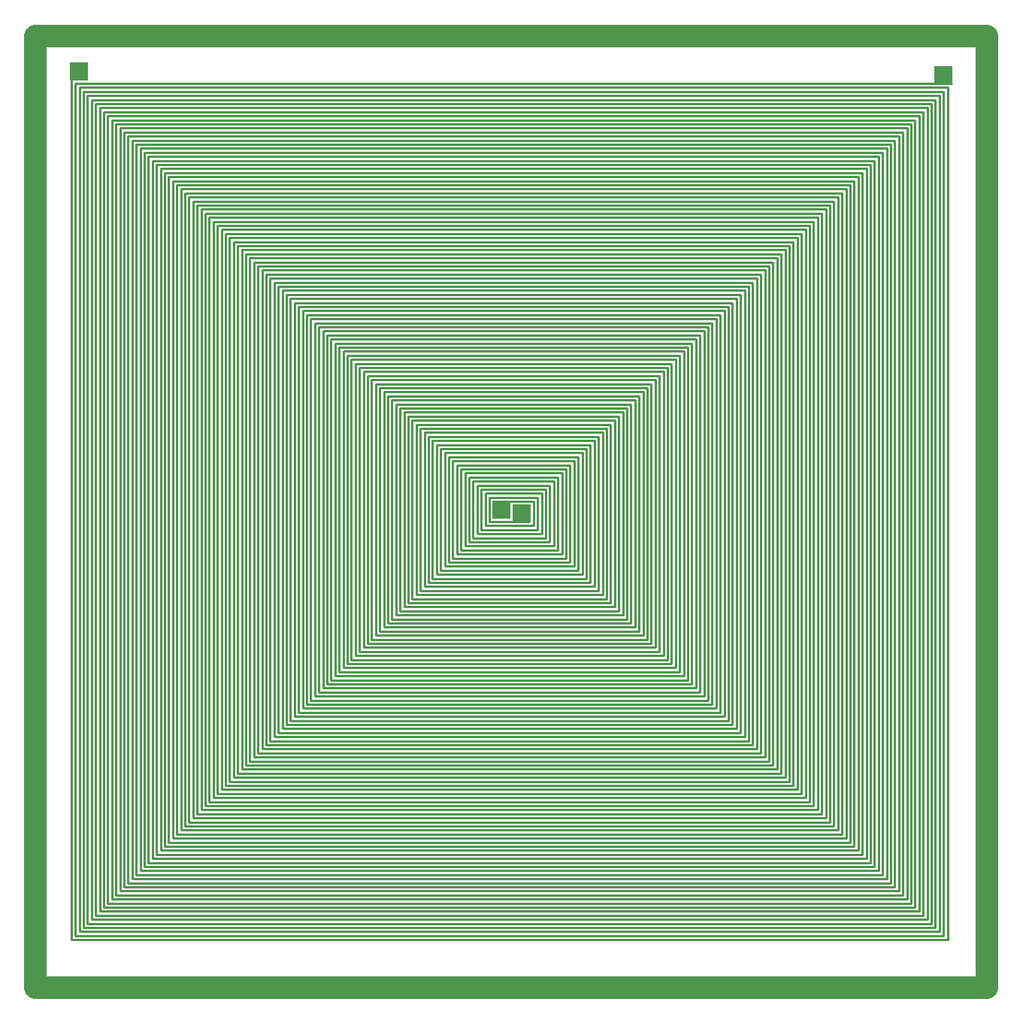
<source format=gbr>
G04 start of page 2 for group 0 idx 0 *
G04 Title: (unknown), component *
G04 Creator: pcb 1.99y *
G04 CreationDate: Mon Mar  9 18:38:29 2009 UTC *
G04 For: dj *
G04 Format: Gerber/RS-274X *
G04 PCB-Dimensions: 432000 432000 *
G04 PCB-Coordinate-Origin: lower left *
%MOIN*%
%FSLAX25Y25*%
%LNFRONT*%
%ADD11C,0.0090*%
%ADD12C,0.1000*%
%ADD13C,0.0200*%
%ADD14C,0.0300*%
G54D11*X202600Y207950D02*X227600D01*
X200800Y206150D02*X229400D01*
X199000Y204350D02*X231200D01*
X227600Y207950D02*Y222250D01*
X229400Y206150D02*Y224050D01*
X231200Y204350D02*Y225850D01*
X233000Y202550D02*Y227650D01*
X234800Y200750D02*Y229450D01*
X236600Y198950D02*Y231250D01*
X197200Y202550D02*X233000D01*
X195400Y200750D02*X234800D01*
X193600Y198950D02*X236600D01*
X191800Y197150D02*X238400D01*
X206200Y211550D02*Y222250D01*
X208000Y220450D02*X225800D01*
X204400Y209750D02*Y224050D01*
X206200Y222250D02*X227600D01*
X206200Y211550D02*X224000D01*
Y218650D01*
X204400Y209750D02*X225800D01*
Y220450D01*
X238400Y197150D02*Y233050D01*
X190000Y195350D02*X240200D01*
Y234850D01*
X188200Y193550D02*X242000D01*
Y236650D01*
X243800Y191750D02*Y238450D01*
X245600Y189950D02*Y240250D01*
X247400Y188150D02*Y242050D01*
X249200Y186350D02*Y243850D01*
X251000Y184550D02*Y245650D01*
X252800Y182750D02*Y247450D01*
X254600Y180950D02*Y249250D01*
X256400Y179150D02*Y251050D01*
X258200Y177350D02*Y252850D01*
X186400Y191750D02*X243800D01*
X184600Y189950D02*X245600D01*
X182800Y188150D02*X247400D01*
X181000Y186350D02*X249200D01*
X179200Y184550D02*X251000D01*
X177400Y182750D02*X252800D01*
X175600Y180950D02*X254600D01*
X173800Y179150D02*X256400D01*
X172000Y177350D02*X258200D01*
X170200Y175550D02*X260000D01*
X168400Y173750D02*X261800D01*
X166600Y171950D02*X263600D01*
X164800Y170150D02*X265400D01*
X163000Y168350D02*X267200D01*
X161200Y166550D02*X269000D01*
X159400Y164750D02*X270800D01*
X157600Y162950D02*X272600D01*
X155800Y161150D02*X274400D01*
X154000Y159350D02*X276200D01*
X152200Y157550D02*X278000D01*
X150400Y155750D02*X279800D01*
X148600Y153950D02*X281600D01*
X146800Y152150D02*X283400D01*
X145000Y150350D02*X285200D01*
X143200Y148550D02*X287000D01*
X141400Y146750D02*X288800D01*
X139600Y144950D02*X290600D01*
X137800Y143150D02*X292400D01*
X136000Y141350D02*X294200D01*
X134200Y139550D02*X296000D01*
X132400Y137750D02*X297800D01*
X130600Y135950D02*X299600D01*
X128800Y134150D02*X301400D01*
X127000Y132350D02*X303200D01*
X125200Y130550D02*X305000D01*
X123400Y128750D02*X306800D01*
X121600Y126950D02*X308600D01*
X119800Y125150D02*X310400D01*
X118000Y123350D02*X312200D01*
X116200Y121550D02*X314000D01*
X114400Y119750D02*X315800D01*
X112600Y117950D02*X317600D01*
X110800Y116150D02*X319400D01*
X109000Y114350D02*X321200D01*
X107200Y112550D02*X323000D01*
X105400Y110750D02*X324800D01*
X103600Y108950D02*X326600D01*
X101800Y107150D02*X328400D01*
X100000Y105350D02*X330200D01*
X260000Y175550D02*Y254650D01*
X261800Y173750D02*Y256450D01*
X263600Y171950D02*Y258250D01*
X265400Y170150D02*Y260050D01*
X267200Y168350D02*Y261850D01*
X269000Y166550D02*Y263650D01*
X270800Y164750D02*Y265450D01*
X272600Y162950D02*Y267250D01*
X274400Y161150D02*Y269050D01*
X276200Y159350D02*Y270850D01*
X278000Y157550D02*Y272650D01*
X279800Y155750D02*Y274450D01*
X281600Y153950D02*Y276250D01*
X283400Y152150D02*Y278050D01*
X285200Y150350D02*Y279850D01*
X287000Y148550D02*Y281650D01*
X288800Y146750D02*Y283450D01*
X290600Y144950D02*Y285250D01*
X292400Y143150D02*Y287050D01*
X294200Y141350D02*Y288850D01*
X296000Y139550D02*Y290650D01*
X297800Y137750D02*Y292450D01*
X299600Y135950D02*Y294250D01*
X301400Y134150D02*Y296050D01*
X303200Y132350D02*Y297850D01*
X305000Y130550D02*Y299650D01*
X306800Y128750D02*Y301450D01*
X308600Y126950D02*Y303250D01*
X310400Y125150D02*Y305050D01*
X312200Y123350D02*Y306850D01*
X314000Y121550D02*Y308650D01*
X315800Y119750D02*Y310450D01*
X317600Y117950D02*Y312250D01*
X319400Y116150D02*Y314050D01*
X321200Y114350D02*Y315850D01*
X323000Y112550D02*Y317650D01*
X324800Y110750D02*Y319450D01*
X326600Y108950D02*Y321250D01*
X328400Y107150D02*Y323050D01*
X193600Y234850D02*X240200D01*
X98200Y103550D02*X332000D01*
X96400Y101750D02*X333800D01*
X94600Y99950D02*X335600D01*
X92800Y98150D02*X337400D01*
X91000Y96350D02*X339200D01*
X89200Y94550D02*X341000D01*
X87400Y92750D02*X342800D01*
X85600Y90950D02*X344600D01*
X83800Y89150D02*X346400D01*
X82000Y87350D02*X348200D01*
X80200Y85550D02*X350000D01*
X78400Y83750D02*X351800D01*
X76600Y81950D02*X353600D01*
X74800Y80150D02*X355400D01*
X73000Y78350D02*X357200D01*
X71200Y76550D02*X359000D01*
X69400Y74750D02*X360800D01*
X67600Y72950D02*X362600D01*
X65800Y71150D02*X364400D01*
X64000Y69350D02*X366200D01*
X62200Y67550D02*X368000D01*
X60400Y65750D02*X369800D01*
X58600Y63950D02*X371600D01*
X56800Y62150D02*X373400D01*
X204400Y224050D02*X229400D01*
X202600Y225850D02*X231200D01*
X200800Y227650D02*X233000D01*
X199000Y229450D02*X234800D01*
X197200Y231250D02*X236600D01*
X195400Y233050D02*X238400D01*
X191800Y236650D02*X242000D01*
X190000Y238450D02*X243800D01*
X188200Y240250D02*X245600D01*
X186400Y242050D02*X247400D01*
X184600Y243850D02*X249200D01*
X182800Y245650D02*X251000D01*
X181000Y247450D02*X252800D01*
X179200Y249250D02*X254600D01*
X177400Y251050D02*X256400D01*
X175600Y252850D02*X258200D01*
X173800Y254650D02*X260000D01*
X172000Y256450D02*X261800D01*
X170200Y258250D02*X263600D01*
X330200Y105350D02*Y324850D01*
X332000Y103550D02*Y326650D01*
X333800Y101750D02*Y328450D01*
X335600Y99950D02*Y330250D01*
X337400Y98150D02*Y332050D01*
X339200Y96350D02*Y333850D01*
X341000Y94550D02*Y335650D01*
X342800Y92750D02*Y337450D01*
X344600Y90950D02*Y339250D01*
X346400Y89150D02*Y341050D01*
X348200Y87350D02*Y342850D01*
X350000Y85550D02*Y344650D01*
X351800Y83750D02*Y346450D01*
X353600Y81950D02*Y348250D01*
X355400Y80150D02*Y350050D01*
X357200Y78350D02*Y351850D01*
X359000Y76550D02*Y353650D01*
X360800Y74750D02*Y355450D01*
X362600Y72950D02*Y357250D01*
X364400Y71150D02*Y359050D01*
X366200Y69350D02*Y360850D01*
X368000Y67550D02*Y362650D01*
X369800Y65750D02*Y364450D01*
X371600Y63950D02*Y366250D01*
X190000Y195350D02*Y238450D01*
X188200Y193550D02*Y240250D01*
X186400Y191750D02*Y242050D01*
X184600Y189950D02*Y243850D01*
X182800Y188150D02*Y245650D01*
X181000Y186350D02*Y247450D01*
X179200Y184550D02*Y249250D01*
X177400Y182750D02*Y251050D01*
X175600Y180950D02*Y252850D01*
X173800Y179150D02*Y254650D01*
X172000Y177350D02*Y256450D01*
X170200Y175550D02*Y258250D01*
X168400Y173750D02*Y260050D01*
X166600Y171950D02*Y261850D01*
X164800Y170150D02*Y263650D01*
X202600Y207950D02*Y225850D01*
X200800Y206150D02*Y227650D01*
X199000Y204350D02*Y229450D01*
X197200Y202550D02*Y231250D01*
X195400Y200750D02*Y233050D01*
X193600Y198950D02*Y234850D01*
X191800Y197150D02*Y236650D01*
X168400Y260050D02*X265400D01*
X166600Y261850D02*X267200D01*
X164800Y263650D02*X269000D01*
X163000Y265450D02*X270800D01*
X161200Y267250D02*X272600D01*
X159400Y269050D02*X274400D01*
X157600Y270850D02*X276200D01*
X155800Y272650D02*X278000D01*
X154000Y274450D02*X279800D01*
X152200Y276250D02*X281600D01*
X150400Y278050D02*X283400D01*
X148600Y279850D02*X285200D01*
X146800Y281650D02*X287000D01*
X145000Y283450D02*X288800D01*
X143200Y285250D02*X290600D01*
X141400Y287050D02*X292400D01*
X139600Y288850D02*X294200D01*
X137800Y290650D02*X296000D01*
X136000Y292450D02*X297800D01*
X134200Y294250D02*X299600D01*
X132400Y296050D02*X301400D01*
X130600Y297850D02*X303200D01*
X128800Y299650D02*X305000D01*
X163000Y168350D02*Y265450D01*
X161200Y166550D02*Y267250D01*
X159400Y164750D02*Y269050D01*
X157600Y162950D02*Y270850D01*
X155800Y161150D02*Y272650D01*
X154000Y159350D02*Y274450D01*
X152200Y157550D02*Y276250D01*
X150400Y155750D02*Y278050D01*
X148600Y153950D02*Y279850D01*
X146800Y152150D02*Y281650D01*
X145000Y150350D02*Y283450D01*
X143200Y148550D02*Y285250D01*
X141400Y146750D02*Y287050D01*
X139600Y144950D02*Y288850D01*
X137800Y143150D02*Y290650D01*
X136000Y141350D02*Y292450D01*
X134200Y139550D02*Y294250D01*
X132400Y137750D02*Y296050D01*
X130600Y135950D02*Y297850D01*
X128800Y134150D02*Y299650D01*
X127000Y132350D02*Y301450D01*
X125200Y130550D02*Y303250D01*
X123400Y128750D02*Y305050D01*
X121600Y126950D02*Y306850D01*
X127000Y301450D02*X306800D01*
X125200Y303250D02*X308600D01*
X123400Y305050D02*X310400D01*
X121600Y306850D02*X312200D01*
X119800Y308650D02*X314000D01*
X118000Y310450D02*X315800D01*
X116200Y312250D02*X317600D01*
X114400Y314050D02*X319400D01*
X112600Y315850D02*X321200D01*
X110800Y317650D02*X323000D01*
X109000Y319450D02*X324800D01*
X107200Y321250D02*X326600D01*
X105400Y323050D02*X328400D01*
X103600Y324850D02*X330200D01*
X101800Y326650D02*X332000D01*
X100000Y328450D02*X333800D01*
X98200Y330250D02*X335600D01*
X96400Y332050D02*X337400D01*
X94600Y333850D02*X339200D01*
X92800Y335650D02*X341000D01*
X91000Y337450D02*X342800D01*
X89200Y339250D02*X344600D01*
X87400Y341050D02*X346400D01*
X85600Y342850D02*X348200D01*
X83800Y344650D02*X350000D01*
X82000Y346450D02*X351800D01*
X80200Y348250D02*X353600D01*
X78400Y350050D02*X355400D01*
X76600Y351850D02*X357200D01*
X74800Y353650D02*X359000D01*
X73000Y355450D02*X360800D01*
X71200Y357250D02*X362600D01*
X69400Y359050D02*X364400D01*
X67600Y360850D02*X366200D01*
X65800Y362650D02*X368000D01*
X64000Y364450D02*X369800D01*
X62200Y366250D02*X371600D01*
X60400Y368050D02*X373400D01*
X58600Y369850D02*X375200D01*
X56800Y371650D02*X377000D01*
X55000Y373450D02*X378800D01*
X53200Y375250D02*X380600D01*
X51400Y377050D02*X382400D01*
X49600Y378850D02*X384200D01*
X47800Y380650D02*X386000D01*
X46000Y382450D02*X387800D01*
X44200Y384250D02*X389600D01*
X42400Y386050D02*X391400D01*
X40600Y387850D02*X393200D01*
X38800Y389650D02*X395000D01*
X37000Y391450D02*X396800D01*
X35200Y393250D02*X398600D01*
X33400Y395050D02*X400400D01*
X31600Y396850D02*X402200D01*
X29800Y398650D02*X404000D01*
X28000Y400450D02*X405800D01*
X26200Y402250D02*X407600D01*
X24400Y404050D02*X409400D01*
X22600Y405850D02*X411200D01*
X119800Y125150D02*Y308650D01*
X118000Y123350D02*Y310450D01*
X116200Y121550D02*Y312250D01*
X114400Y119750D02*Y314050D01*
X112600Y117950D02*Y315850D01*
X110800Y116150D02*Y317650D01*
X109000Y114350D02*Y319450D01*
X107200Y112550D02*Y321250D01*
X105400Y110750D02*Y323050D01*
X103600Y108950D02*Y324850D01*
X101800Y107150D02*Y326650D01*
X100000Y105350D02*Y328450D01*
X98200Y103550D02*Y330250D01*
X96400Y101750D02*Y332050D01*
X94600Y99950D02*Y333850D01*
X92800Y98150D02*Y335650D01*
X91000Y96350D02*Y337450D01*
X89200Y94550D02*Y339250D01*
X87400Y92750D02*Y341050D01*
X85600Y90950D02*Y342850D01*
X83800Y89150D02*Y344650D01*
X82000Y87350D02*Y346450D01*
X80200Y85550D02*Y348250D01*
X78400Y83750D02*Y350050D01*
X76600Y81950D02*Y351850D01*
X74800Y80150D02*Y353650D01*
X73000Y78350D02*Y355450D01*
X71200Y76550D02*Y357250D01*
X69400Y74750D02*Y359050D01*
X67600Y72950D02*Y360850D01*
X65800Y71150D02*Y362650D01*
X64000Y69350D02*Y364450D01*
X62200Y67550D02*Y366250D01*
X60400Y65750D02*Y368050D01*
X58600Y63950D02*Y369850D01*
X56800Y62150D02*Y371650D01*
X55000Y60350D02*Y373450D01*
X53200Y58550D02*Y375250D01*
X51400Y56750D02*Y377050D01*
X49600Y54950D02*Y378850D01*
X47800Y53150D02*Y380650D01*
X46000Y51350D02*Y382450D01*
X44200Y49550D02*Y384250D01*
X42400Y47750D02*Y386050D01*
X40600Y45950D02*Y387850D01*
X38800Y44150D02*Y389650D01*
X37000Y42350D02*Y391450D01*
X35200Y40550D02*Y393250D01*
X33400Y38750D02*Y395050D01*
X31600Y36950D02*Y396850D01*
X29800Y35150D02*Y398650D01*
X28000Y33350D02*Y400450D01*
X26200Y31550D02*Y402250D01*
X24400Y29750D02*Y404050D01*
X22600Y27950D02*Y405850D01*
X20800Y26150D02*Y407650D01*
G54D12*X5000Y5000D02*Y427000D01*
G54D11*X55000Y60350D02*X375200D01*
X53200Y58550D02*X377000D01*
X51400Y56750D02*X378800D01*
X49600Y54950D02*X380600D01*
X47800Y53150D02*X382400D01*
X46000Y51350D02*X384200D01*
X44200Y49550D02*X386000D01*
X42400Y47750D02*X387800D01*
X40600Y45950D02*X389600D01*
X38800Y44150D02*X391400D01*
X37000Y42350D02*X393200D01*
X35200Y40550D02*X395000D01*
X33400Y38750D02*X396800D01*
X31600Y36950D02*X398600D01*
X29800Y35150D02*X400400D01*
X28000Y33350D02*X402200D01*
X26200Y31550D02*X404000D01*
X24400Y29750D02*X405800D01*
X22600Y27950D02*X407600D01*
X20800Y26150D02*X409400D01*
G54D12*X5000Y5000D02*X427000D01*
G54D11*X373400Y62150D02*Y368050D01*
X375200Y60350D02*Y369850D01*
X377000Y58550D02*Y371650D01*
X378800Y56750D02*Y373450D01*
X380600Y54950D02*Y375250D01*
X382400Y53150D02*Y377050D01*
X384200Y51350D02*Y378850D01*
X386000Y49550D02*Y380650D01*
G54D12*X5000Y427000D02*X427000D01*
G54D11*X387800Y47750D02*Y382450D01*
X389600Y45950D02*Y384250D01*
X391400Y44150D02*Y386050D01*
X393200Y42350D02*Y387850D01*
X395000Y40550D02*Y389650D01*
X396800Y38750D02*Y391450D01*
X398600Y36950D02*Y393250D01*
X400400Y35150D02*Y395050D01*
X402200Y33350D02*Y396850D01*
X404000Y31550D02*Y398650D01*
X405800Y29750D02*Y400450D01*
X407600Y27950D02*Y402250D01*
X409400Y26150D02*Y404050D01*
G54D12*X427000Y5000D02*Y427000D01*
G54D13*G36*
X207550Y220900D02*Y212900D01*
X215550D01*
Y220900D01*
X207550D01*
G37*
G36*
X216450Y219100D02*Y211100D01*
X224450D01*
Y219100D01*
X216450D01*
G37*
G36*
X20350Y415200D02*Y407200D01*
X28350D01*
Y415200D01*
X20350D01*
G37*
G36*
X403650Y413400D02*Y405400D01*
X411650D01*
Y413400D01*
X403650D01*
G37*
G54D14*M02*

</source>
